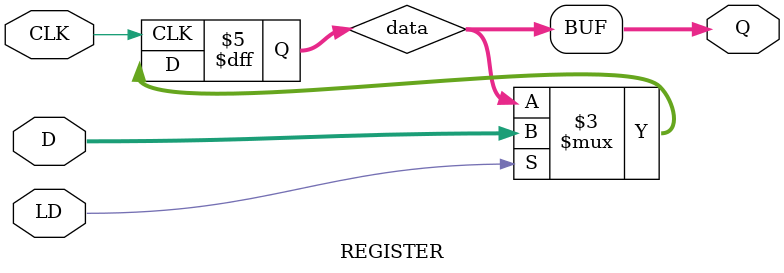
<source format=v>

module REGISTER #(parameter width = 32)(LD, CLK, Q, D);

input LD;
input CLK;
input [width-1:0] D;
output [width-1:0] Q;

reg [width-1:0] data;

always@(posedge CLK)
begin
     if(LD) data = D;
end

assign Q = data;

endmodule
////////////////////////////////////////////////////////////////////////////////

</source>
